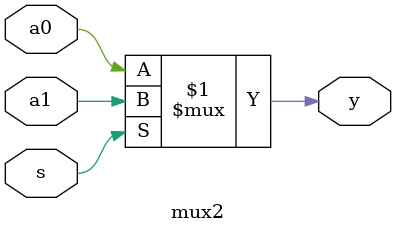
<source format=sv>
`timescale 1ns / 1ps


module mux2 (
    a0,
    a1,
    s,
    y
);
  input a0, a1, s;
  output logic y;
  assign y = s ? a1 : a0;
endmodule

</source>
